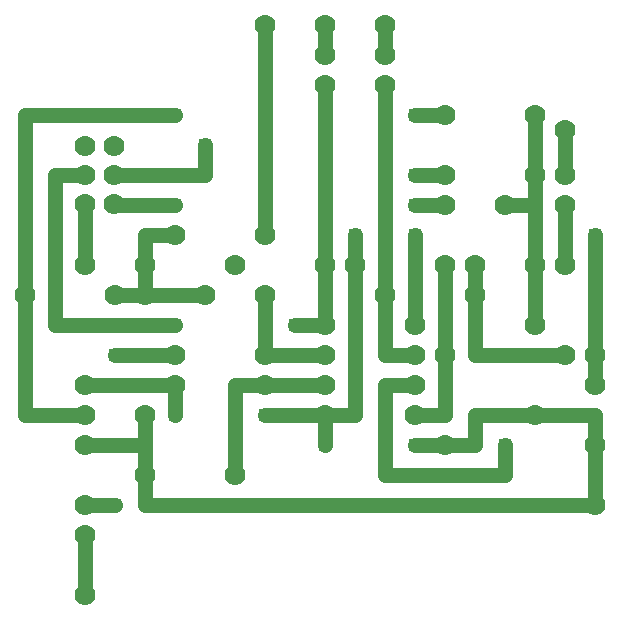
<source format=gbl>
G75*
%MOIN*%
%OFA0B0*%
%FSLAX25Y25*%
%IPPOS*%
%LPD*%
%AMOC8*
5,1,8,0,0,1.08239X$1,22.5*
%
%ADD10C,0.07000*%
%ADD11C,0.05000*%
%ADD12R,0.04356X0.04356*%
D10*
X0040337Y0016000D03*
X0040337Y0036000D03*
X0040337Y0046000D03*
X0060337Y0056000D03*
X0040337Y0066000D03*
X0040337Y0076000D03*
X0040337Y0086000D03*
X0060337Y0076000D03*
X0070337Y0086000D03*
X0070337Y0096000D03*
X0060337Y0116000D03*
X0050337Y0116000D03*
X0040337Y0126000D03*
X0060337Y0126000D03*
X0070337Y0136000D03*
X0090337Y0126000D03*
X0100337Y0136000D03*
X0120337Y0126000D03*
X0130337Y0126000D03*
X0140337Y0116000D03*
X0150337Y0106000D03*
X0150337Y0096000D03*
X0150337Y0086000D03*
X0160337Y0096000D03*
X0150337Y0076000D03*
X0160337Y0066000D03*
X0190337Y0076000D03*
X0210337Y0066000D03*
X0210337Y0086000D03*
X0210337Y0096000D03*
X0200337Y0096000D03*
X0190337Y0106000D03*
X0170337Y0116000D03*
X0170337Y0126000D03*
X0160337Y0126000D03*
X0160337Y0146000D03*
X0160337Y0156000D03*
X0180337Y0146000D03*
X0190337Y0156000D03*
X0200337Y0156000D03*
X0200337Y0146000D03*
X0200337Y0126000D03*
X0190337Y0126000D03*
X0200337Y0171000D03*
X0190337Y0176000D03*
X0160337Y0176000D03*
X0140337Y0186000D03*
X0140337Y0196000D03*
X0140337Y0206000D03*
X0120337Y0206000D03*
X0120337Y0196000D03*
X0120337Y0186000D03*
X0100337Y0206000D03*
X0050022Y0165685D03*
X0040337Y0165685D03*
X0040337Y0156000D03*
X0040337Y0146315D03*
X0050022Y0146315D03*
X0050022Y0156000D03*
X0020337Y0116000D03*
X0080337Y0116000D03*
X0100337Y0116000D03*
X0120337Y0106000D03*
X0120337Y0096000D03*
X0120337Y0086000D03*
X0120337Y0076000D03*
X0100337Y0086000D03*
X0100337Y0096000D03*
X0090337Y0056000D03*
X0210337Y0046000D03*
D11*
X0040337Y0036000D02*
X0040337Y0016000D01*
X0040337Y0046000D02*
X0050337Y0046000D01*
X0060337Y0046000D02*
X0210337Y0046000D01*
X0210337Y0066000D01*
X0210337Y0076000D01*
X0190337Y0076000D01*
X0170337Y0076000D01*
X0170337Y0066000D01*
X0160337Y0066000D01*
X0150337Y0066000D01*
X0150337Y0076000D02*
X0160337Y0076000D01*
X0160337Y0096000D01*
X0160337Y0126000D01*
X0150337Y0136000D02*
X0150337Y0106000D01*
X0140337Y0116000D02*
X0140337Y0096000D01*
X0150337Y0096000D01*
X0150337Y0086000D02*
X0140337Y0086000D01*
X0140337Y0056000D01*
X0180337Y0056000D01*
X0180337Y0066000D01*
X0210337Y0086000D02*
X0210337Y0096000D01*
X0210337Y0136000D01*
X0200337Y0146000D02*
X0200337Y0126000D01*
X0190337Y0126000D02*
X0190337Y0146000D01*
X0180337Y0146000D01*
X0190337Y0146000D02*
X0190337Y0156000D01*
X0190337Y0176000D01*
X0200337Y0171000D02*
X0200337Y0156000D01*
X0190337Y0126000D02*
X0190337Y0106000D01*
X0180337Y0096000D02*
X0170337Y0096000D01*
X0170337Y0116000D01*
X0170337Y0126000D01*
X0160337Y0146000D02*
X0150337Y0146000D01*
X0150337Y0156000D02*
X0160337Y0156000D01*
X0140337Y0166000D02*
X0140337Y0186000D01*
X0150337Y0176000D02*
X0160337Y0176000D01*
X0140337Y0166000D02*
X0140337Y0116000D01*
X0130337Y0126000D02*
X0130337Y0136000D01*
X0130337Y0126000D02*
X0130337Y0076000D01*
X0100337Y0076000D01*
X0100337Y0086000D02*
X0090337Y0086000D01*
X0090337Y0056000D01*
X0070337Y0076000D02*
X0070337Y0086000D01*
X0040337Y0086000D01*
X0050337Y0096000D02*
X0070337Y0096000D01*
X0070337Y0106000D02*
X0030337Y0106000D01*
X0030337Y0156000D01*
X0040337Y0156000D01*
X0040337Y0146000D02*
X0040337Y0126000D01*
X0050337Y0116000D02*
X0060337Y0116000D01*
X0060337Y0126000D01*
X0060337Y0136000D01*
X0070337Y0136000D01*
X0070337Y0146000D02*
X0060337Y0146000D01*
X0050337Y0146000D01*
X0050337Y0156000D02*
X0080337Y0156000D01*
X0080337Y0166000D01*
X0070337Y0176000D02*
X0020337Y0176000D01*
X0020337Y0076000D01*
X0040337Y0076000D01*
X0040337Y0066000D02*
X0060337Y0066000D01*
X0060337Y0056000D01*
X0060337Y0046000D01*
X0060337Y0056000D02*
X0060337Y0076000D01*
X0100337Y0086000D02*
X0120337Y0086000D01*
X0120337Y0096000D02*
X0100337Y0096000D01*
X0100337Y0116000D01*
X0110337Y0106000D02*
X0120337Y0106000D01*
X0120337Y0126000D01*
X0120337Y0186000D01*
X0120337Y0196000D02*
X0120337Y0206000D01*
X0100337Y0206000D02*
X0100337Y0136000D01*
X0100337Y0156000D01*
X0080337Y0116000D02*
X0060337Y0116000D01*
X0120337Y0076000D02*
X0120337Y0066000D01*
X0180337Y0096000D02*
X0200337Y0096000D01*
X0140337Y0196000D02*
X0140337Y0206000D01*
D12*
X0150337Y0176000D03*
X0140337Y0166000D03*
X0150337Y0156000D03*
X0150337Y0146000D03*
X0160337Y0156000D03*
X0150337Y0136000D03*
X0130337Y0136000D03*
X0100337Y0156000D03*
X0080337Y0166000D03*
X0070337Y0176000D03*
X0070337Y0146000D03*
X0070337Y0106000D03*
X0050337Y0096000D03*
X0070337Y0076000D03*
X0100337Y0076000D03*
X0120337Y0066000D03*
X0150337Y0066000D03*
X0180337Y0066000D03*
X0180337Y0096000D03*
X0210337Y0136000D03*
X0110337Y0106000D03*
X0050337Y0046000D03*
M02*

</source>
